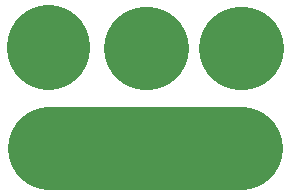
<source format=gbl>
%TF.GenerationSoftware,KiCad,Pcbnew,4.0.5-e0-6337~49~ubuntu16.04.1*%
%TF.CreationDate,2017-05-29T07:20:56-07:00*%
%TF.ProjectId,2x3-LED-RGB-SMT,3278332D4C45442D5247422D534D542E,v1.1*%
%TF.FileFunction,Copper,L2,Bot,Signal*%
%FSLAX46Y46*%
G04 Gerber Fmt 4.6, Leading zero omitted, Abs format (unit mm)*
G04 Created by KiCad (PCBNEW 4.0.5-e0-6337~49~ubuntu16.04.1) date Mon May 29 07:20:56 2017*
%MOMM*%
%LPD*%
G01*
G04 APERTURE LIST*
%ADD10C,0.350000*%
%ADD11C,7.000000*%
%ADD12C,6.000000*%
%ADD13C,0.350000*%
G04 APERTURE END LIST*
D10*
D11*
X32792400Y-28325200D02*
X32992400Y-28325200D01*
X24592400Y-28325200D02*
X24592400Y-28125200D01*
X40792400Y-28325200D02*
X40992400Y-28325200D01*
X24692400Y-36775200D02*
X40942400Y-36775200D01*
D12*
X24792400Y-36525200D03*
X24792400Y-28525200D03*
X32792400Y-36525200D03*
X32792400Y-28525200D03*
X40792400Y-28525200D03*
X40792400Y-36525200D03*
D13*
X24792400Y-36525200D03*
X24792400Y-28525200D03*
X32792400Y-36525200D03*
X32792400Y-28525200D03*
X40792400Y-28525200D03*
X40792400Y-36525200D03*
M02*

</source>
